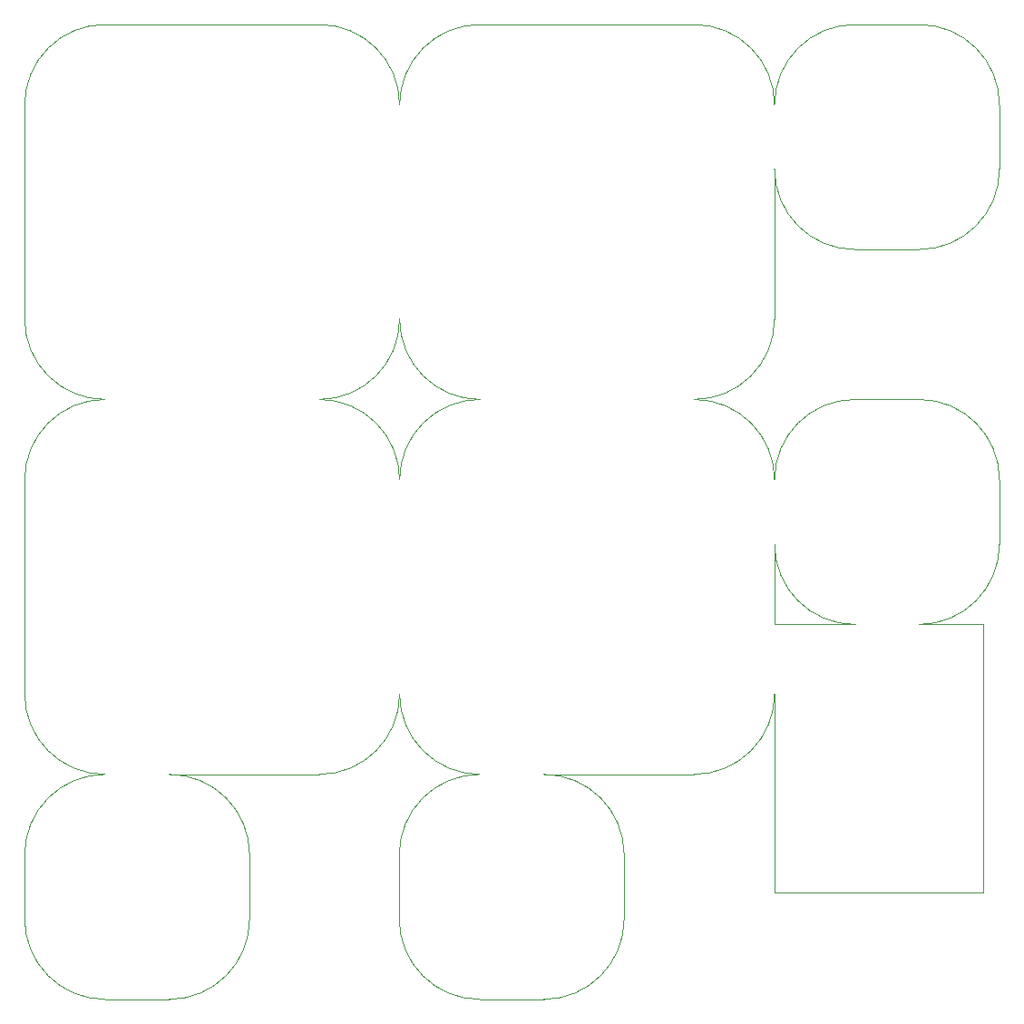
<source format=gbr>
%TF.GenerationSoftware,KiCad,Pcbnew,9.0.0*%
%TF.CreationDate,2025-06-25T09:26:05+09:00*%
%TF.ProjectId,pcb_connectors,7063625f-636f-46e6-9e65-63746f72732e,rev?*%
%TF.SameCoordinates,Original*%
%TF.FileFunction,Profile,NP*%
%FSLAX46Y46*%
G04 Gerber Fmt 4.6, Leading zero omitted, Abs format (unit mm)*
G04 Created by KiCad (PCBNEW 9.0.0) date 2025-06-25 09:26:05*
%MOMM*%
%LPD*%
G01*
G04 APERTURE LIST*
%TA.AperFunction,Profile*%
%ADD10C,0.050000*%
%TD*%
G04 APERTURE END LIST*
D10*
X150284325Y-107809950D02*
X150284308Y-89309932D01*
X150284325Y-82809950D02*
X150284325Y-75309950D01*
X157784325Y-82809950D02*
X150284325Y-82809950D01*
X163784325Y-82809950D02*
X169784325Y-82809950D01*
X157784341Y-47810000D02*
X163784341Y-47810040D01*
X128750000Y-96810000D02*
X142784316Y-96809924D01*
X115250000Y-104310000D02*
X115250001Y-110310000D01*
X101284322Y-104310000D02*
X101284321Y-110310000D01*
X115284341Y-34309992D02*
G75*
G02*
X122784333Y-26810041I7499959J-8D01*
G01*
X128750000Y-96810000D02*
G75*
G02*
X136249959Y-104310000I-41J-7500000D01*
G01*
X107784311Y-26810000D02*
G75*
G02*
X115284300Y-34309992I-11J-7500000D01*
G01*
X87784333Y-96809962D02*
G75*
G02*
X80284338Y-89309970I-33J7499962D01*
G01*
X87784322Y-117809961D02*
G75*
G02*
X80284339Y-110309961I-22J7499961D01*
G01*
X157784341Y-47810000D02*
G75*
G02*
X150284300Y-40310000I-41J7500000D01*
G01*
X150284303Y-54309970D02*
G75*
G02*
X142784311Y-61809963I-7499993J0D01*
G01*
X101284322Y-110309961D02*
G75*
G02*
X93784322Y-117809962I-7500002J1D01*
G01*
X115284346Y-69309954D02*
G75*
G02*
X122784338Y-61809956I7499994J4D01*
G01*
X163784341Y-26810000D02*
X157784341Y-26810000D01*
X87784333Y-61809962D02*
G75*
G02*
X80284338Y-54309970I-33J7499962D01*
G01*
X171284341Y-40310000D02*
G75*
G02*
X163784341Y-47810041I-7500041J0D01*
G01*
X122750000Y-117810000D02*
G75*
G02*
X115249959Y-110310000I-41J7500000D01*
G01*
X115284303Y-89309970D02*
G75*
G02*
X107784311Y-96810003I-7500033J0D01*
G01*
X136250000Y-110310000D02*
G75*
G02*
X128750000Y-117810041I-7500041J0D01*
G01*
X80284322Y-104309961D02*
X80284322Y-110309961D01*
X150284308Y-89309932D02*
G75*
G02*
X142784316Y-96809918I-7499988J2D01*
G01*
X80284343Y-34309993D02*
X80284341Y-54309970D01*
X107784310Y-26810001D02*
X87784334Y-26810002D01*
X122784333Y-61809962D02*
G75*
G02*
X115284338Y-54309970I-33J7499962D01*
G01*
X142784310Y-26810001D02*
X122784334Y-26810002D01*
X115284303Y-54309970D02*
G75*
G02*
X107784311Y-61809963I-7499993J0D01*
G01*
X150284302Y-54309970D02*
X150284341Y-40309979D01*
X107784311Y-61810000D02*
G75*
G02*
X115284300Y-69309992I-11J-7500000D01*
G01*
X80284341Y-34309992D02*
G75*
G02*
X87784333Y-26810041I7499959J-8D01*
G01*
X142784316Y-61809962D02*
G75*
G02*
X150284338Y-69309954I-16J-7500038D01*
G01*
X136250000Y-110310000D02*
X136250000Y-104310000D01*
X163784341Y-26810000D02*
G75*
G02*
X171284300Y-34310000I-41J-7500000D01*
G01*
X80284343Y-69309993D02*
X80284341Y-89309970D01*
X87784322Y-117809961D02*
X93784322Y-117809961D01*
X122784338Y-96809924D02*
G75*
G02*
X115284276Y-89309932I-38J7500024D01*
G01*
X142784349Y-26810008D02*
G75*
G02*
X150284292Y-34310000I-49J-7499992D01*
G01*
X122750000Y-117810000D02*
X128750000Y-117810000D01*
X80284322Y-104309961D02*
G75*
G02*
X87784322Y-96809962I7499998J1D01*
G01*
X93784322Y-96810000D02*
X107784352Y-96810040D01*
X93784322Y-96810000D02*
G75*
G02*
X101284321Y-104310000I-22J-7500021D01*
G01*
X80284341Y-69309992D02*
G75*
G02*
X87784333Y-61810041I7499959J-8D01*
G01*
X115250000Y-104310000D02*
G75*
G02*
X122750000Y-96810041I7499959J0D01*
G01*
X150284341Y-34310000D02*
G75*
G02*
X157784341Y-26810041I7499959J0D01*
G01*
X171284341Y-40310000D02*
X171284341Y-34310000D01*
X150284325Y-69309950D02*
G75*
G02*
X157784325Y-61809950I7500000J0D01*
G01*
X163784325Y-61809950D02*
G75*
G02*
X171284325Y-69309950I0J-7500000D01*
G01*
X171284325Y-75309950D02*
X171284325Y-69309950D01*
X157784325Y-82809950D02*
G75*
G02*
X150284325Y-75309950I0J7500000D01*
G01*
X171284325Y-75309950D02*
G75*
G02*
X163784325Y-82809950I-7500000J0D01*
G01*
X163784325Y-61809950D02*
X157784325Y-61809950D01*
X160034325Y-107809950D02*
X169784325Y-107809950D01*
X169784325Y-107809950D02*
X169784325Y-82809950D01*
X160034325Y-107809950D02*
X150284325Y-107809950D01*
M02*

</source>
